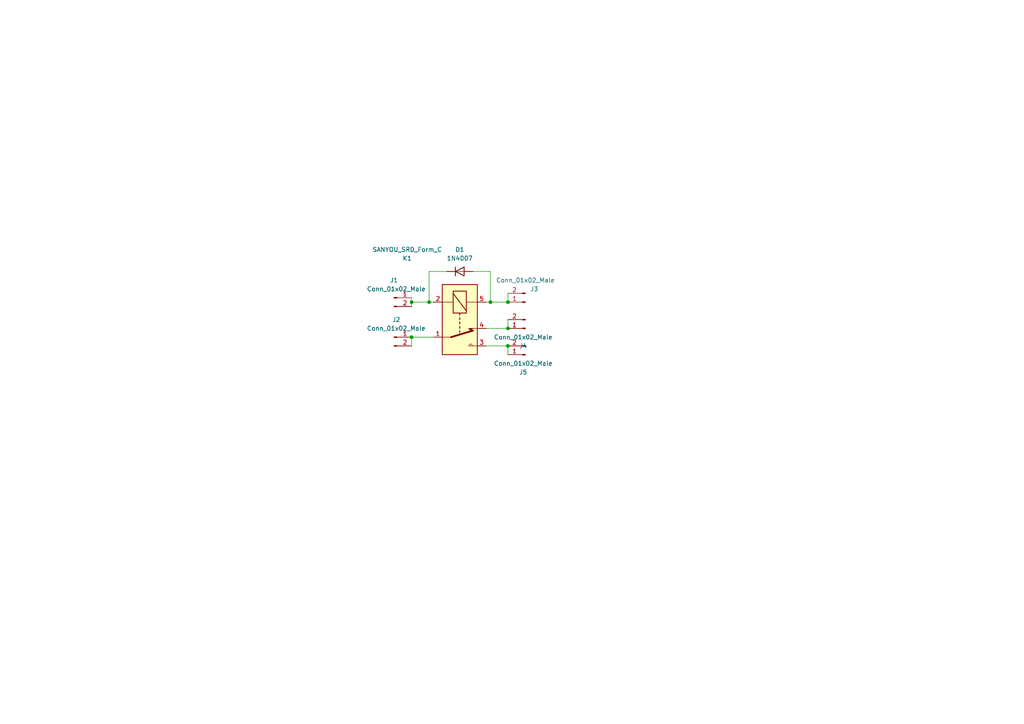
<source format=kicad_sch>
(kicad_sch (version 20211123) (generator eeschema)
  (paper "A4")
  (lib_symbols
    (symbol "Connector:Conn_01x02_Male" (pin_names (offset 1.016) hide)
      (property "Reference" "J" (at 0 2.54 0))
      (property "Value" "Conn_01x02_Male" (at 0 -5.08 0))
      (symbol "Conn_01x02_Male_1_1"
        (polyline (pts (xy 1.27 -2.54) (xy 0.8636 -2.54)) (stroke (width 0.1524)))
        (polyline (pts (xy 1.27 0) (xy 0.8636 0)) (stroke (width 0.1524)))
        (rectangle (start 0.8636 -2.413) (end 0 -2.667) (stroke (width 0.1524)) (fill (type outline)))
        (rectangle (start 0.8636 0.127) (end 0 -0.127) (stroke (width 0.1524)) (fill (type outline)))
        (pin passive line (at 5.08 0 180) (length 3.81) (name "Pin_1") (number "1"))
        (pin passive line (at 5.08 -2.54 180) (length 3.81) (name "Pin_2") (number "2"))
      )
    )
    (symbol "Diode:1N4007" (pin_numbers hide) (pin_names (offset 1.016) hide)
      (property "Reference" "D" (at 0 2.54 0))
      (property "Value" "1N4007" (at 0 -2.54 0))
      (symbol "1N4007_0_1"
        (polyline (pts (xy -1.27 1.27) (xy -1.27 -1.27)) (stroke (width 0.254)))
        (polyline (pts (xy 1.27 0) (xy -1.27 0)))
        (polyline (pts (xy 1.27 1.27) (xy 1.27 -1.27) (xy -1.27 0) (xy 1.27 1.27)) (stroke (width 0.254)))
      )
      (symbol "1N4007_1_1"
        (pin passive line (at -3.81 0 0) (length 2.54) (name "K") (number "1"))
        (pin passive line (at 3.81 0 180) (length 2.54) (name "A") (number "2"))
      )
    )
    (symbol "Relay:SANYOU_SRD_Form_C"
      (property "Reference" "K" (at 11.43 3.81 0))
      (property "Value" "SANYOU_SRD_Form_C" (at 11.43 1.27 0))
      (symbol "SANYOU_SRD_Form_C_0_0"
        (polyline (pts (xy 7.62 5.08) (xy 7.62 2.54) (xy 6.985 3.175) (xy 7.62 3.81)))
      )
      (symbol "SANYOU_SRD_Form_C_0_1"
        (rectangle (start -10.16 5.08) (end 10.16 -5.08) (stroke (width 0.254)) (fill (type background)))
        (rectangle (start -8.255 1.905) (end -1.905 -1.905) (stroke (width 0.254)))
        (polyline (pts (xy -7.62 -1.905) (xy -2.54 1.905)) (stroke (width 0.254)))
        (polyline (pts (xy -5.08 -5.08) (xy -5.08 -1.905)))
        (polyline (pts (xy -5.08 5.08) (xy -5.08 1.905)))
        (polyline (pts (xy -1.905 0) (xy -1.27 0)) (stroke (width 0.254)))
        (polyline (pts (xy -0.635 0) (xy 0 0)) (stroke (width 0.254)))
        (polyline (pts (xy 0.635 0) (xy 1.27 0)) (stroke (width 0.254)))
        (polyline (pts (xy 1.905 0) (xy 2.54 0)) (stroke (width 0.254)))
        (polyline (pts (xy 3.175 0) (xy 3.81 0)) (stroke (width 0.254)))
        (polyline (pts (xy 5.08 -2.54) (xy 3.175 3.81)) (stroke (width 0.508)))
        (polyline (pts (xy 5.08 -2.54) (xy 5.08 -5.08)))
      )
      (symbol "SANYOU_SRD_Form_C_1_1"
        (polyline (pts (xy 2.54 3.81) (xy 3.175 3.175) (xy 2.54 2.54) (xy 2.54 5.08)) (fill (type outline)))
        (pin passive line (at 5.08 -7.62 90) (length 2.54) (name "~") (number "1"))
        (pin passive line (at -5.08 -7.62 90) (length 2.54) (name "~") (number "2"))
        (pin passive line (at 7.62 7.62 270) (length 2.54) (name "~") (number "3"))
        (pin passive line (at 2.54 7.62 270) (length 2.54) (name "~") (number "4"))
        (pin passive line (at -5.08 7.62 270) (length 2.54) (name "~") (number "5"))
      )
    )
  )
  (junction (at 147.32 95.25))
  (junction (at 119.38 97.79))
  (junction (at 119.38 87.63))
  (junction (at 147.32 87.63))
  (junction (at 142.24 87.63))
  (junction (at 124.46 87.63))
  (junction (at 147.32 100.33))
  (wire (pts (xy 142.24 87.63) (xy 142.24 78.74)))
  (wire (pts (xy 147.32 92.71) (xy 147.32 95.25)))
  (wire (pts (xy 142.24 78.74) (xy 137.16 78.74)))
  (wire (pts (xy 119.38 86.36) (xy 119.38 87.63)))
  (wire (pts (xy 124.46 87.63) (xy 125.73 87.63)))
  (wire (pts (xy 140.97 100.33) (xy 147.32 100.33)))
  (wire (pts (xy 140.97 95.25) (xy 147.32 95.25)))
  (wire (pts (xy 147.32 100.33) (xy 147.32 102.87)))
  (wire (pts (xy 142.24 87.63) (xy 147.32 87.63)))
  (wire (pts (xy 124.46 78.74) (xy 124.46 87.63)))
  (wire (pts (xy 119.38 97.79) (xy 119.38 100.33)))
  (wire (pts (xy 147.32 85.09) (xy 147.32 87.63)))
  (wire (pts (xy 129.54 78.74) (xy 124.46 78.74)))
  (wire (pts (xy 119.38 87.63) (xy 119.38 88.9)))
  (wire (pts (xy 119.38 97.79) (xy 125.73 97.79)))
  (wire (pts (xy 119.38 87.63) (xy 124.46 87.63)))
  (wire (pts (xy 140.97 87.63) (xy 142.24 87.63)))
  (symbol (lib_id "Connector:Conn_01x02_Male") (at 152.4 95.25 180) (unit 1)
    (property "Reference" "J4" (at 151.765 100.33 0))
    (property "Value" "Conn_01x02_Male" (at 151.765 97.79 0))
    (property "Footprint" "Connector_PinHeader_2.54mm:PinHeader_1x02_P2.54mm_Vertical" (effects hide))
  )
  (symbol (lib_id "Relay:SANYOU_SRD_Form_C") (at 133.35 92.71 270) (unit 1)
    (property "Reference" "K1" (at 118.11 74.93 90))
    (property "Value" "SANYOU_SRD_Form_C" (at 118.11 72.39 90))
    (property "Footprint" "Relay_THT:Relay_SPDT_SANYOU_SRD_Series_Form_C" (effects hide))
    (property "Datasheet" "http://www.sanyourelay.ca/public/products/pdf/SRD.pdf" (effects hide))
  )
  (symbol (lib_id "Connector:Conn_01x02_Male") (at 114.3 97.79 0) (unit 1)
    (property "Reference" "J2" (at 114.935 92.71 0))
    (property "Value" "Conn_01x02_Male" (at 114.935 95.25 0))
    (property "Footprint" "Connector_PinHeader_2.54mm:PinHeader_1x02_P2.54mm_Vertical" (effects hide))
  )
  (symbol (lib_id "Connector:Conn_01x02_Male") (at 152.4 87.63 180) (unit 1)
    (property "Reference" "J3" (at 154.94 83.82 0))
    (property "Value" "Conn_01x02_Male" (at 152.4 81.28 0))
    (property "Footprint" "Connector_PinHeader_2.54mm:PinHeader_1x02_P2.54mm_Vertical" (effects hide))
  )
  (symbol (lib_id "Connector:Conn_01x02_Male") (at 114.3 86.36 0) (unit 1)
    (property "Reference" "J1" (at 114.3 81.28 0))
    (property "Value" "Conn_01x02_Male" (at 114.935 83.82 0))
    (property "Footprint" "Connector_PinHeader_2.54mm:PinHeader_1x02_P2.54mm_Vertical" (effects hide))
  )
  (symbol (lib_id "Connector:Conn_01x02_Male") (at 152.4 102.87 180) (unit 1)
    (property "Reference" "J5" (at 151.765 107.95 0))
    (property "Value" "Conn_01x02_Male" (at 151.765 105.41 0))
    (property "Footprint" "Connector_PinHeader_2.54mm:PinHeader_1x02_P2.54mm_Vertical" (effects hide))
  )
  (symbol (lib_id "Diode:1N4007") (at 133.35 78.74 0) (unit 1)
    (property "Reference" "D1" (at 133.35 72.39 0))
    (property "Value" "1N4007" (at 133.35 74.93 0))
    (property "Footprint" "Diode_THT:D_DO-41_SOD81_P10.16mm_Horizontal" (effects hide))
    (property "Datasheet" "http://www.vishay.com/docs/88503/1n4001.pdf" (effects hide))
  )
)
</source>
